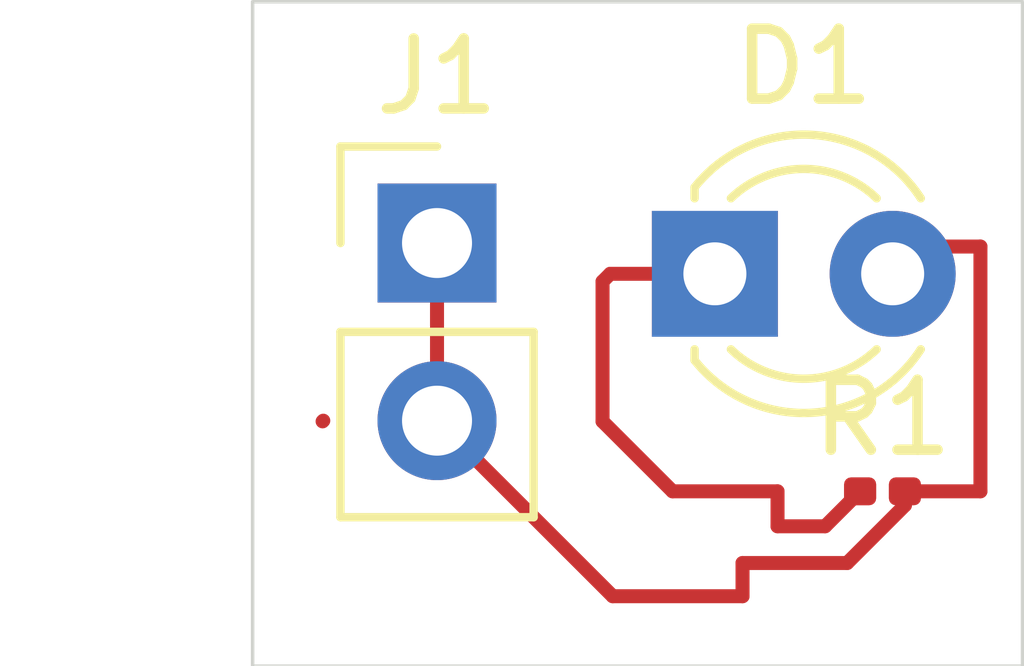
<source format=kicad_pcb>
(kicad_pcb (version 20241229) (generator "pcbnew") (generator_version "9.0")
  (title_block (comment 4 "AISLER Project ID: CWGTJDXJ"))
  (layers (0 "F.Cu" signal) (2 "B.Cu" signal) (13 "F.Paste" user) (15 "B.Paste" user) (5 "F.SilkS" user "F.Silkscreen") (7 "B.SilkS" user "B.Silkscreen") (1 "F.Mask" user) (3 "B.Mask" user) (25 "Edge.Cuts" user))
  (net 0 "")
  (net 1 "Net-(D1-A)")
  (net 2 "Net-(D1-K)")
  (footprint "LED_THT:LED_D3.0mm" (layer "F.Cu") (at 184.605 85.39)
    (property "Reference" "D1" (at 1.27 -2.96 0) (layer "F.SilkS"))
    (property "Value" "LED")
    (fp_line (start -0.29 -1.236) (end -0.29 -1.08) (stroke (width 0.12)) (layer "F.SilkS"))
    (fp_line (start -0.29 1.08) (end -0.29 1.236) (stroke (width 0.12)) (layer "F.SilkS"))
    (fp_arc (start -0.29 -1.235516) (mid 1.36566 -1.987699) (end 2.941437 -1.08) (stroke (width 0.12)) (layer "F.SilkS"))
    (fp_arc (start 0.229039 -1.08) (mid 1.27 -1.5) (end 2.310961 -1.08) (stroke (width 0.12)) (layer "F.SilkS"))
    (fp_arc (start 2.310961 1.08) (mid 1.27 1.5) (end 0.229039 1.08) (stroke (width 0.12)) (layer "F.SilkS"))
    (fp_arc (start 2.941437 1.08) (mid 1.36566 1.987699) (end -0.29 1.235516) (stroke (width 0.12)) (layer "F.SilkS"))
    (pad "1" thru_hole rect (at 0 0) (size 1.8 1.8) (drill 0.9) (layers "*.Cu" "*.Mask") (net 2 "Net-(D1-K)"))
    (pad "2" thru_hole circle (at 2.54 0) (size 1.8 1.8) (drill 0.9) (layers "*.Cu" "*.Mask") (net 1 "Net-(D1-A)"))
  )
  (footprint "Resistor_SMD:R_0201_0603Metric" (layer "F.Cu") (at 187 88.5)
    (property "Reference" "R1" (at 0 -1.05 0) (layer "F.SilkS"))
    (property "Value" "R")
    (pad "1" smd roundrect (at -0.32 0) (size 0.46 0.4) (layers "F.Cu" "F.Mask") (net 2 "Net-(D1-K)"))
    (pad "2" smd roundrect (at 0.32 0) (size 0.46 0.4) (layers "F.Cu" "F.Mask") (net 1 "Net-(D1-A)"))
  )
  (footprint "Connector_PinHeader_2.54mm:PinHeader_1x02_P2.54mm_Vertical" (layer "F.Cu") (at 180.635 84.95)
    (property "Reference" "J1" (at 0 -2.38 0) (layer "F.SilkS"))
    (property "Value" "Conn_01x02_Pin")
    (fp_line (start -1.38 -1.38) (end 0 -1.38) (stroke (width 0.12)) (layer "F.SilkS"))
    (fp_line (start -1.38 0) (end -1.38 -1.38) (stroke (width 0.12)) (layer "F.SilkS"))
    (fp_line (start -1.38 1.27) (end -1.38 3.92) (stroke (width 0.12)) (layer "F.SilkS"))
    (fp_line (start -1.38 1.27) (end 1.38 1.27) (stroke (width 0.12)) (layer "F.SilkS"))
    (fp_line (start -1.38 3.92) (end 1.38 3.92) (stroke (width 0.12)) (layer "F.SilkS"))
    (fp_line (start 1.38 1.27) (end 1.38 3.92) (stroke (width 0.12)) (layer "F.SilkS"))
    (pad "1" thru_hole rect (at 0 0) (size 1.7 1.7) (drill 1) (layers "*.Cu" "*.Mask") (net 1 "Net-(D1-A)"))
    (pad "2" thru_hole circle (at 0 2.54) (size 1.7 1.7) (drill 1) (layers "*.Cu" "*.Mask") (net 1 "Net-(D1-A)"))
  )
  (gr_rect (start 178 81.5) (end 189 91) (stroke (width 0.05)) (fill no) (layer "Edge.Cuts"))
  (segment (start 187.32 85.565) (end 187.145 85.39) (width 0.2) (layer "F.Cu") (net 1))
  (segment (start 180.05 84.95) (end 180.635 84.95) (width 0.2) (layer "F.Cu") (net 1))
  (segment (start 187.535 85) (end 187.145 85.39) (width 0.2) (layer "F.Cu") (net 1))
  (segment (start 188.399 88.5) (end 188.399 85) (width 0.2) (layer "F.Cu") (net 1))
  (segment (start 186.494999 89.525) (end 185 89.525) (width 0.2) (layer "F.Cu") (net 1))
  (segment (start 183.145 90) (end 185 90) (width 0.2) (layer "F.Cu") (net 1))
  (segment (start 187.32 88.5) (end 187.32 88.699999) (width 0.2) (layer "F.Cu") (net 1))
  (segment (start 188.399 85) (end 187.535 85) (width 0.2) (layer "F.Cu") (net 1))
  (segment (start 180.635 87.49) (end 183.145 90) (width 0.2) (layer "F.Cu") (net 1))
  (segment (start 180.635 84.95) (end 180.635 87.49) (width 0.2) (layer "F.Cu") (net 1))
  (segment (start 185 90) (end 185 89.525) (width 0.2) (layer "F.Cu") (net 1))
  (segment (start 187.32 88.699999) (end 186.494999 89.525) (width 0.2) (layer "F.Cu") (net 1))
  (segment (start 187.32 88.5) (end 188.399 88.5) (width 0.2) (layer "F.Cu") (net 1))
  (segment (start 179.01 87.49) (end 179 87.5) (width 0.2) (layer "F.Cu") (net 1))
  (segment (start 186.18 89) (end 186.68 88.5) (width 0.2) (layer "F.Cu") (net 2))
  (segment (start 183 85.5) (end 183.11 85.39) (width 0.2) (layer "F.Cu") (net 2))
  (segment (start 185.5 88.5) (end 185.5 89) (width 0.2) (layer "F.Cu") (net 2))
  (segment (start 183 87.5) (end 183 85.5) (width 0.2) (layer "F.Cu") (net 2))
  (segment (start 184 88.5) (end 183 87.5) (width 0.2) (layer "F.Cu") (net 2))
  (segment (start 185.5 88.5) (end 184 88.5) (width 0.2) (layer "F.Cu") (net 2))
  (segment (start 183.835 86.16) (end 184.605 85.39) (width 0.2) (layer "F.Cu") (net 2))
  (segment (start 185.5 89) (end 186.18 89) (width 0.2) (layer "F.Cu") (net 2))
  (segment (start 183.11 85.39) (end 184.605 85.39) (width 0.2) (layer "F.Cu") (net 2))
)
</source>
